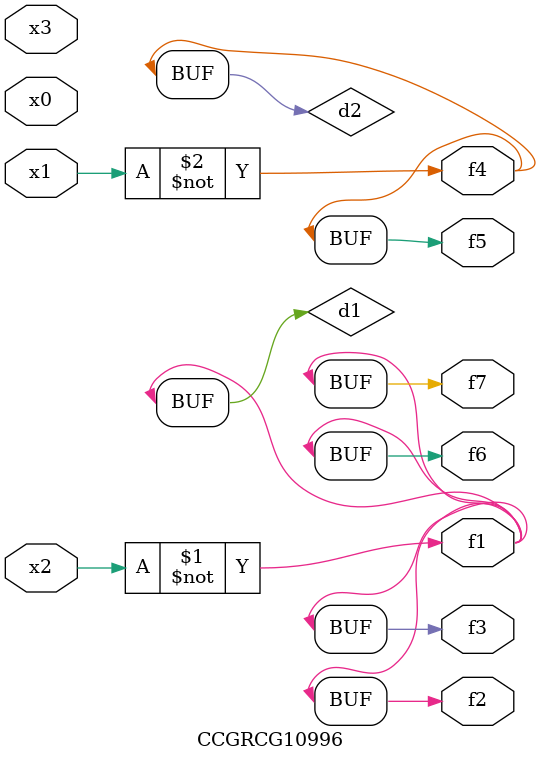
<source format=v>
module CCGRCG10996(
	input x0, x1, x2, x3,
	output f1, f2, f3, f4, f5, f6, f7
);

	wire d1, d2;

	xnor (d1, x2);
	not (d2, x1);
	assign f1 = d1;
	assign f2 = d1;
	assign f3 = d1;
	assign f4 = d2;
	assign f5 = d2;
	assign f6 = d1;
	assign f7 = d1;
endmodule

</source>
